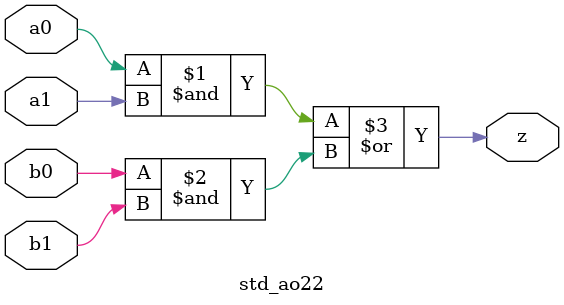
<source format=sv>

module std_ao22 #(parameter DW = 1 ) // array width
(
	input [DW-1:0]  a0,
	input [DW-1:0]  a1,
	input [DW-1:0]  b0,
	input [DW-1:0]  b1,
	output [DW-1:0] z
);

assign z = (a0 & a1) | (b0 & b1);

endmodule

</source>
